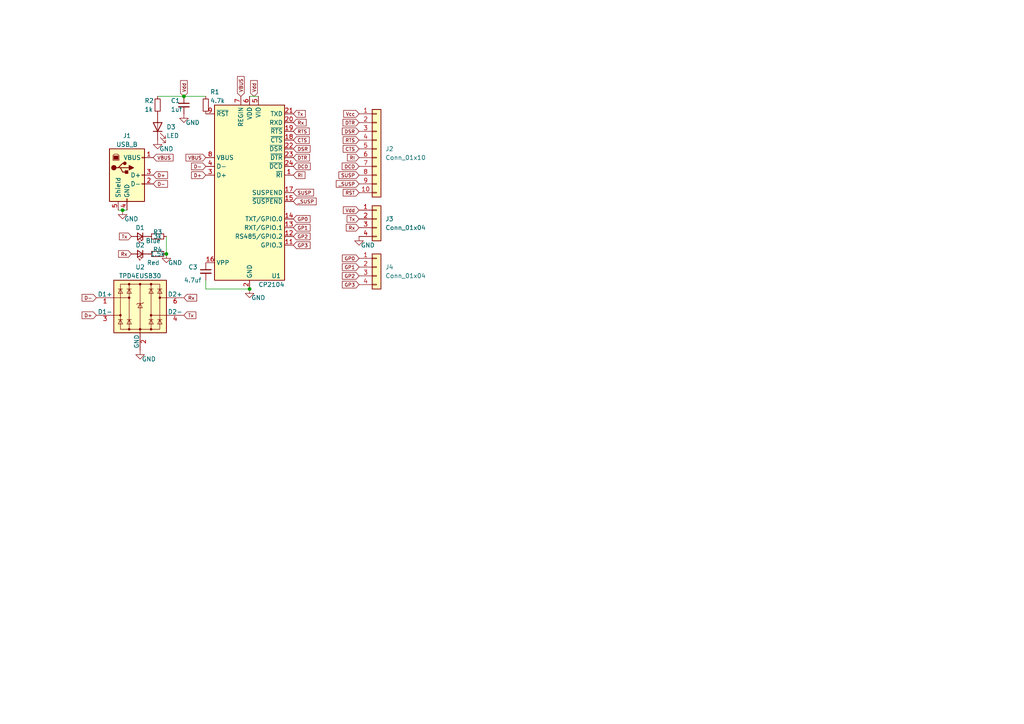
<source format=kicad_sch>
(kicad_sch (version 20211123) (generator eeschema)

  (uuid e63e39d7-6ac0-4ffd-8aa3-1841a4541b55)

  (paper "A4")

  (lib_symbols
    (symbol "Connector:USB_B" (pin_names (offset 1.016)) (in_bom yes) (on_board yes)
      (property "Reference" "J" (id 0) (at -5.08 11.43 0)
        (effects (font (size 1.27 1.27)) (justify left))
      )
      (property "Value" "USB_B" (id 1) (at -5.08 8.89 0)
        (effects (font (size 1.27 1.27)) (justify left))
      )
      (property "Footprint" "" (id 2) (at 3.81 -1.27 0)
        (effects (font (size 1.27 1.27)) hide)
      )
      (property "Datasheet" " ~" (id 3) (at 3.81 -1.27 0)
        (effects (font (size 1.27 1.27)) hide)
      )
      (property "ki_keywords" "connector USB" (id 4) (at 0 0 0)
        (effects (font (size 1.27 1.27)) hide)
      )
      (property "ki_description" "USB Type B connector" (id 5) (at 0 0 0)
        (effects (font (size 1.27 1.27)) hide)
      )
      (property "ki_fp_filters" "USB*" (id 6) (at 0 0 0)
        (effects (font (size 1.27 1.27)) hide)
      )
      (symbol "USB_B_0_1"
        (rectangle (start -5.08 -7.62) (end 5.08 7.62)
          (stroke (width 0.254) (type default) (color 0 0 0 0))
          (fill (type background))
        )
        (circle (center -3.81 2.159) (radius 0.635)
          (stroke (width 0.254) (type default) (color 0 0 0 0))
          (fill (type outline))
        )
        (rectangle (start -3.81 5.588) (end -2.54 4.572)
          (stroke (width 0) (type default) (color 0 0 0 0))
          (fill (type outline))
        )
        (circle (center -0.635 3.429) (radius 0.381)
          (stroke (width 0.254) (type default) (color 0 0 0 0))
          (fill (type outline))
        )
        (rectangle (start -0.127 -7.62) (end 0.127 -6.858)
          (stroke (width 0) (type default) (color 0 0 0 0))
          (fill (type none))
        )
        (polyline
          (pts
            (xy -1.905 2.159)
            (xy 0.635 2.159)
          )
          (stroke (width 0.254) (type default) (color 0 0 0 0))
          (fill (type none))
        )
        (polyline
          (pts
            (xy -3.175 2.159)
            (xy -2.54 2.159)
            (xy -1.27 3.429)
            (xy -0.635 3.429)
          )
          (stroke (width 0.254) (type default) (color 0 0 0 0))
          (fill (type none))
        )
        (polyline
          (pts
            (xy -2.54 2.159)
            (xy -1.905 2.159)
            (xy -1.27 0.889)
            (xy 0 0.889)
          )
          (stroke (width 0.254) (type default) (color 0 0 0 0))
          (fill (type none))
        )
        (polyline
          (pts
            (xy 0.635 2.794)
            (xy 0.635 1.524)
            (xy 1.905 2.159)
            (xy 0.635 2.794)
          )
          (stroke (width 0.254) (type default) (color 0 0 0 0))
          (fill (type outline))
        )
        (polyline
          (pts
            (xy -4.064 4.318)
            (xy -2.286 4.318)
            (xy -2.286 5.715)
            (xy -2.667 6.096)
            (xy -3.683 6.096)
            (xy -4.064 5.715)
            (xy -4.064 4.318)
          )
          (stroke (width 0) (type default) (color 0 0 0 0))
          (fill (type none))
        )
        (rectangle (start 0.254 1.27) (end -0.508 0.508)
          (stroke (width 0.254) (type default) (color 0 0 0 0))
          (fill (type outline))
        )
        (rectangle (start 5.08 -2.667) (end 4.318 -2.413)
          (stroke (width 0) (type default) (color 0 0 0 0))
          (fill (type none))
        )
        (rectangle (start 5.08 -0.127) (end 4.318 0.127)
          (stroke (width 0) (type default) (color 0 0 0 0))
          (fill (type none))
        )
        (rectangle (start 5.08 4.953) (end 4.318 5.207)
          (stroke (width 0) (type default) (color 0 0 0 0))
          (fill (type none))
        )
      )
      (symbol "USB_B_1_1"
        (pin power_out line (at 7.62 5.08 180) (length 2.54)
          (name "VBUS" (effects (font (size 1.27 1.27))))
          (number "1" (effects (font (size 1.27 1.27))))
        )
        (pin bidirectional line (at 7.62 -2.54 180) (length 2.54)
          (name "D-" (effects (font (size 1.27 1.27))))
          (number "2" (effects (font (size 1.27 1.27))))
        )
        (pin bidirectional line (at 7.62 0 180) (length 2.54)
          (name "D+" (effects (font (size 1.27 1.27))))
          (number "3" (effects (font (size 1.27 1.27))))
        )
        (pin power_out line (at 0 -10.16 90) (length 2.54)
          (name "GND" (effects (font (size 1.27 1.27))))
          (number "4" (effects (font (size 1.27 1.27))))
        )
        (pin passive line (at -2.54 -10.16 90) (length 2.54)
          (name "Shield" (effects (font (size 1.27 1.27))))
          (number "5" (effects (font (size 1.27 1.27))))
        )
      )
    )
    (symbol "Connector_Generic:Conn_01x04" (pin_names (offset 1.016) hide) (in_bom yes) (on_board yes)
      (property "Reference" "J" (id 0) (at 0 5.08 0)
        (effects (font (size 1.27 1.27)))
      )
      (property "Value" "Conn_01x04" (id 1) (at 0 -7.62 0)
        (effects (font (size 1.27 1.27)))
      )
      (property "Footprint" "" (id 2) (at 0 0 0)
        (effects (font (size 1.27 1.27)) hide)
      )
      (property "Datasheet" "~" (id 3) (at 0 0 0)
        (effects (font (size 1.27 1.27)) hide)
      )
      (property "ki_keywords" "connector" (id 4) (at 0 0 0)
        (effects (font (size 1.27 1.27)) hide)
      )
      (property "ki_description" "Generic connector, single row, 01x04, script generated (kicad-library-utils/schlib/autogen/connector/)" (id 5) (at 0 0 0)
        (effects (font (size 1.27 1.27)) hide)
      )
      (property "ki_fp_filters" "Connector*:*_1x??_*" (id 6) (at 0 0 0)
        (effects (font (size 1.27 1.27)) hide)
      )
      (symbol "Conn_01x04_1_1"
        (rectangle (start -1.27 -4.953) (end 0 -5.207)
          (stroke (width 0.1524) (type default) (color 0 0 0 0))
          (fill (type none))
        )
        (rectangle (start -1.27 -2.413) (end 0 -2.667)
          (stroke (width 0.1524) (type default) (color 0 0 0 0))
          (fill (type none))
        )
        (rectangle (start -1.27 0.127) (end 0 -0.127)
          (stroke (width 0.1524) (type default) (color 0 0 0 0))
          (fill (type none))
        )
        (rectangle (start -1.27 2.667) (end 0 2.413)
          (stroke (width 0.1524) (type default) (color 0 0 0 0))
          (fill (type none))
        )
        (rectangle (start -1.27 3.81) (end 1.27 -6.35)
          (stroke (width 0.254) (type default) (color 0 0 0 0))
          (fill (type background))
        )
        (pin passive line (at -5.08 2.54 0) (length 3.81)
          (name "Pin_1" (effects (font (size 1.27 1.27))))
          (number "1" (effects (font (size 1.27 1.27))))
        )
        (pin passive line (at -5.08 0 0) (length 3.81)
          (name "Pin_2" (effects (font (size 1.27 1.27))))
          (number "2" (effects (font (size 1.27 1.27))))
        )
        (pin passive line (at -5.08 -2.54 0) (length 3.81)
          (name "Pin_3" (effects (font (size 1.27 1.27))))
          (number "3" (effects (font (size 1.27 1.27))))
        )
        (pin passive line (at -5.08 -5.08 0) (length 3.81)
          (name "Pin_4" (effects (font (size 1.27 1.27))))
          (number "4" (effects (font (size 1.27 1.27))))
        )
      )
    )
    (symbol "Connector_Generic:Conn_01x10" (pin_names (offset 1.016) hide) (in_bom yes) (on_board yes)
      (property "Reference" "J" (id 0) (at 0 12.7 0)
        (effects (font (size 1.27 1.27)))
      )
      (property "Value" "Conn_01x10" (id 1) (at 0 -15.24 0)
        (effects (font (size 1.27 1.27)))
      )
      (property "Footprint" "" (id 2) (at 0 0 0)
        (effects (font (size 1.27 1.27)) hide)
      )
      (property "Datasheet" "~" (id 3) (at 0 0 0)
        (effects (font (size 1.27 1.27)) hide)
      )
      (property "ki_keywords" "connector" (id 4) (at 0 0 0)
        (effects (font (size 1.27 1.27)) hide)
      )
      (property "ki_description" "Generic connector, single row, 01x10, script generated (kicad-library-utils/schlib/autogen/connector/)" (id 5) (at 0 0 0)
        (effects (font (size 1.27 1.27)) hide)
      )
      (property "ki_fp_filters" "Connector*:*_1x??_*" (id 6) (at 0 0 0)
        (effects (font (size 1.27 1.27)) hide)
      )
      (symbol "Conn_01x10_1_1"
        (rectangle (start -1.27 -12.573) (end 0 -12.827)
          (stroke (width 0.1524) (type default) (color 0 0 0 0))
          (fill (type none))
        )
        (rectangle (start -1.27 -10.033) (end 0 -10.287)
          (stroke (width 0.1524) (type default) (color 0 0 0 0))
          (fill (type none))
        )
        (rectangle (start -1.27 -7.493) (end 0 -7.747)
          (stroke (width 0.1524) (type default) (color 0 0 0 0))
          (fill (type none))
        )
        (rectangle (start -1.27 -4.953) (end 0 -5.207)
          (stroke (width 0.1524) (type default) (color 0 0 0 0))
          (fill (type none))
        )
        (rectangle (start -1.27 -2.413) (end 0 -2.667)
          (stroke (width 0.1524) (type default) (color 0 0 0 0))
          (fill (type none))
        )
        (rectangle (start -1.27 0.127) (end 0 -0.127)
          (stroke (width 0.1524) (type default) (color 0 0 0 0))
          (fill (type none))
        )
        (rectangle (start -1.27 2.667) (end 0 2.413)
          (stroke (width 0.1524) (type default) (color 0 0 0 0))
          (fill (type none))
        )
        (rectangle (start -1.27 5.207) (end 0 4.953)
          (stroke (width 0.1524) (type default) (color 0 0 0 0))
          (fill (type none))
        )
        (rectangle (start -1.27 7.747) (end 0 7.493)
          (stroke (width 0.1524) (type default) (color 0 0 0 0))
          (fill (type none))
        )
        (rectangle (start -1.27 10.287) (end 0 10.033)
          (stroke (width 0.1524) (type default) (color 0 0 0 0))
          (fill (type none))
        )
        (rectangle (start -1.27 11.43) (end 1.27 -13.97)
          (stroke (width 0.254) (type default) (color 0 0 0 0))
          (fill (type background))
        )
        (pin passive line (at -5.08 10.16 0) (length 3.81)
          (name "Pin_1" (effects (font (size 1.27 1.27))))
          (number "1" (effects (font (size 1.27 1.27))))
        )
        (pin passive line (at -5.08 -12.7 0) (length 3.81)
          (name "Pin_10" (effects (font (size 1.27 1.27))))
          (number "10" (effects (font (size 1.27 1.27))))
        )
        (pin passive line (at -5.08 7.62 0) (length 3.81)
          (name "Pin_2" (effects (font (size 1.27 1.27))))
          (number "2" (effects (font (size 1.27 1.27))))
        )
        (pin passive line (at -5.08 5.08 0) (length 3.81)
          (name "Pin_3" (effects (font (size 1.27 1.27))))
          (number "3" (effects (font (size 1.27 1.27))))
        )
        (pin passive line (at -5.08 2.54 0) (length 3.81)
          (name "Pin_4" (effects (font (size 1.27 1.27))))
          (number "4" (effects (font (size 1.27 1.27))))
        )
        (pin passive line (at -5.08 0 0) (length 3.81)
          (name "Pin_5" (effects (font (size 1.27 1.27))))
          (number "5" (effects (font (size 1.27 1.27))))
        )
        (pin passive line (at -5.08 -2.54 0) (length 3.81)
          (name "Pin_6" (effects (font (size 1.27 1.27))))
          (number "6" (effects (font (size 1.27 1.27))))
        )
        (pin passive line (at -5.08 -5.08 0) (length 3.81)
          (name "Pin_7" (effects (font (size 1.27 1.27))))
          (number "7" (effects (font (size 1.27 1.27))))
        )
        (pin passive line (at -5.08 -7.62 0) (length 3.81)
          (name "Pin_8" (effects (font (size 1.27 1.27))))
          (number "8" (effects (font (size 1.27 1.27))))
        )
        (pin passive line (at -5.08 -10.16 0) (length 3.81)
          (name "Pin_9" (effects (font (size 1.27 1.27))))
          (number "9" (effects (font (size 1.27 1.27))))
        )
      )
    )
    (symbol "Device:C_Small" (pin_numbers hide) (pin_names (offset 0.254) hide) (in_bom yes) (on_board yes)
      (property "Reference" "C" (id 0) (at 0.254 1.778 0)
        (effects (font (size 1.27 1.27)) (justify left))
      )
      (property "Value" "C_Small" (id 1) (at 0.254 -2.032 0)
        (effects (font (size 1.27 1.27)) (justify left))
      )
      (property "Footprint" "" (id 2) (at 0 0 0)
        (effects (font (size 1.27 1.27)) hide)
      )
      (property "Datasheet" "~" (id 3) (at 0 0 0)
        (effects (font (size 1.27 1.27)) hide)
      )
      (property "ki_keywords" "capacitor cap" (id 4) (at 0 0 0)
        (effects (font (size 1.27 1.27)) hide)
      )
      (property "ki_description" "Unpolarized capacitor, small symbol" (id 5) (at 0 0 0)
        (effects (font (size 1.27 1.27)) hide)
      )
      (property "ki_fp_filters" "C_*" (id 6) (at 0 0 0)
        (effects (font (size 1.27 1.27)) hide)
      )
      (symbol "C_Small_0_1"
        (polyline
          (pts
            (xy -1.524 -0.508)
            (xy 1.524 -0.508)
          )
          (stroke (width 0.3302) (type default) (color 0 0 0 0))
          (fill (type none))
        )
        (polyline
          (pts
            (xy -1.524 0.508)
            (xy 1.524 0.508)
          )
          (stroke (width 0.3048) (type default) (color 0 0 0 0))
          (fill (type none))
        )
      )
      (symbol "C_Small_1_1"
        (pin passive line (at 0 2.54 270) (length 2.032)
          (name "~" (effects (font (size 1.27 1.27))))
          (number "1" (effects (font (size 1.27 1.27))))
        )
        (pin passive line (at 0 -2.54 90) (length 2.032)
          (name "~" (effects (font (size 1.27 1.27))))
          (number "2" (effects (font (size 1.27 1.27))))
        )
      )
    )
    (symbol "Device:LED" (pin_numbers hide) (pin_names (offset 1.016) hide) (in_bom yes) (on_board yes)
      (property "Reference" "D" (id 0) (at 0 2.54 0)
        (effects (font (size 1.27 1.27)))
      )
      (property "Value" "LED" (id 1) (at 0 -2.54 0)
        (effects (font (size 1.27 1.27)))
      )
      (property "Footprint" "" (id 2) (at 0 0 0)
        (effects (font (size 1.27 1.27)) hide)
      )
      (property "Datasheet" "~" (id 3) (at 0 0 0)
        (effects (font (size 1.27 1.27)) hide)
      )
      (property "ki_keywords" "LED diode" (id 4) (at 0 0 0)
        (effects (font (size 1.27 1.27)) hide)
      )
      (property "ki_description" "Light emitting diode" (id 5) (at 0 0 0)
        (effects (font (size 1.27 1.27)) hide)
      )
      (property "ki_fp_filters" "LED* LED_SMD:* LED_THT:*" (id 6) (at 0 0 0)
        (effects (font (size 1.27 1.27)) hide)
      )
      (symbol "LED_0_1"
        (polyline
          (pts
            (xy -1.27 -1.27)
            (xy -1.27 1.27)
          )
          (stroke (width 0.254) (type default) (color 0 0 0 0))
          (fill (type none))
        )
        (polyline
          (pts
            (xy -1.27 0)
            (xy 1.27 0)
          )
          (stroke (width 0) (type default) (color 0 0 0 0))
          (fill (type none))
        )
        (polyline
          (pts
            (xy 1.27 -1.27)
            (xy 1.27 1.27)
            (xy -1.27 0)
            (xy 1.27 -1.27)
          )
          (stroke (width 0.254) (type default) (color 0 0 0 0))
          (fill (type none))
        )
        (polyline
          (pts
            (xy -3.048 -0.762)
            (xy -4.572 -2.286)
            (xy -3.81 -2.286)
            (xy -4.572 -2.286)
            (xy -4.572 -1.524)
          )
          (stroke (width 0) (type default) (color 0 0 0 0))
          (fill (type none))
        )
        (polyline
          (pts
            (xy -1.778 -0.762)
            (xy -3.302 -2.286)
            (xy -2.54 -2.286)
            (xy -3.302 -2.286)
            (xy -3.302 -1.524)
          )
          (stroke (width 0) (type default) (color 0 0 0 0))
          (fill (type none))
        )
      )
      (symbol "LED_1_1"
        (pin passive line (at -3.81 0 0) (length 2.54)
          (name "K" (effects (font (size 1.27 1.27))))
          (number "1" (effects (font (size 1.27 1.27))))
        )
        (pin passive line (at 3.81 0 180) (length 2.54)
          (name "A" (effects (font (size 1.27 1.27))))
          (number "2" (effects (font (size 1.27 1.27))))
        )
      )
    )
    (symbol "Device:LED_Small" (pin_numbers hide) (pin_names (offset 0.254) hide) (in_bom yes) (on_board yes)
      (property "Reference" "D" (id 0) (at -1.27 3.175 0)
        (effects (font (size 1.27 1.27)) (justify left))
      )
      (property "Value" "LED_Small" (id 1) (at -4.445 -2.54 0)
        (effects (font (size 1.27 1.27)) (justify left))
      )
      (property "Footprint" "" (id 2) (at 0 0 90)
        (effects (font (size 1.27 1.27)) hide)
      )
      (property "Datasheet" "~" (id 3) (at 0 0 90)
        (effects (font (size 1.27 1.27)) hide)
      )
      (property "ki_keywords" "LED diode light-emitting-diode" (id 4) (at 0 0 0)
        (effects (font (size 1.27 1.27)) hide)
      )
      (property "ki_description" "Light emitting diode, small symbol" (id 5) (at 0 0 0)
        (effects (font (size 1.27 1.27)) hide)
      )
      (property "ki_fp_filters" "LED* LED_SMD:* LED_THT:*" (id 6) (at 0 0 0)
        (effects (font (size 1.27 1.27)) hide)
      )
      (symbol "LED_Small_0_1"
        (polyline
          (pts
            (xy -0.762 -1.016)
            (xy -0.762 1.016)
          )
          (stroke (width 0.254) (type default) (color 0 0 0 0))
          (fill (type none))
        )
        (polyline
          (pts
            (xy 1.016 0)
            (xy -0.762 0)
          )
          (stroke (width 0) (type default) (color 0 0 0 0))
          (fill (type none))
        )
        (polyline
          (pts
            (xy 0.762 -1.016)
            (xy -0.762 0)
            (xy 0.762 1.016)
            (xy 0.762 -1.016)
          )
          (stroke (width 0.254) (type default) (color 0 0 0 0))
          (fill (type none))
        )
        (polyline
          (pts
            (xy 0 0.762)
            (xy -0.508 1.27)
            (xy -0.254 1.27)
            (xy -0.508 1.27)
            (xy -0.508 1.016)
          )
          (stroke (width 0) (type default) (color 0 0 0 0))
          (fill (type none))
        )
        (polyline
          (pts
            (xy 0.508 1.27)
            (xy 0 1.778)
            (xy 0.254 1.778)
            (xy 0 1.778)
            (xy 0 1.524)
          )
          (stroke (width 0) (type default) (color 0 0 0 0))
          (fill (type none))
        )
      )
      (symbol "LED_Small_1_1"
        (pin passive line (at -2.54 0 0) (length 1.778)
          (name "K" (effects (font (size 1.27 1.27))))
          (number "1" (effects (font (size 1.27 1.27))))
        )
        (pin passive line (at 2.54 0 180) (length 1.778)
          (name "A" (effects (font (size 1.27 1.27))))
          (number "2" (effects (font (size 1.27 1.27))))
        )
      )
    )
    (symbol "Device:R_Small" (pin_numbers hide) (pin_names (offset 0.254) hide) (in_bom yes) (on_board yes)
      (property "Reference" "R" (id 0) (at 0.762 0.508 0)
        (effects (font (size 1.27 1.27)) (justify left))
      )
      (property "Value" "R_Small" (id 1) (at 0.762 -1.016 0)
        (effects (font (size 1.27 1.27)) (justify left))
      )
      (property "Footprint" "" (id 2) (at 0 0 0)
        (effects (font (size 1.27 1.27)) hide)
      )
      (property "Datasheet" "~" (id 3) (at 0 0 0)
        (effects (font (size 1.27 1.27)) hide)
      )
      (property "ki_keywords" "R resistor" (id 4) (at 0 0 0)
        (effects (font (size 1.27 1.27)) hide)
      )
      (property "ki_description" "Resistor, small symbol" (id 5) (at 0 0 0)
        (effects (font (size 1.27 1.27)) hide)
      )
      (property "ki_fp_filters" "R_*" (id 6) (at 0 0 0)
        (effects (font (size 1.27 1.27)) hide)
      )
      (symbol "R_Small_0_1"
        (rectangle (start -0.762 1.778) (end 0.762 -1.778)
          (stroke (width 0.2032) (type default) (color 0 0 0 0))
          (fill (type none))
        )
      )
      (symbol "R_Small_1_1"
        (pin passive line (at 0 2.54 270) (length 0.762)
          (name "~" (effects (font (size 1.27 1.27))))
          (number "1" (effects (font (size 1.27 1.27))))
        )
        (pin passive line (at 0 -2.54 90) (length 0.762)
          (name "~" (effects (font (size 1.27 1.27))))
          (number "2" (effects (font (size 1.27 1.27))))
        )
      )
    )
    (symbol "Interface_USB:CP2104" (in_bom yes) (on_board yes)
      (property "Reference" "U" (id 0) (at -5.08 28.575 0)
        (effects (font (size 1.27 1.27)) (justify right))
      )
      (property "Value" "CP2104" (id 1) (at -5.08 26.67 0)
        (effects (font (size 1.27 1.27)) (justify right))
      )
      (property "Footprint" "Package_DFN_QFN:QFN-24-1EP_4x4mm_P0.5mm_EP2.6x2.6mm" (id 2) (at 29.21 -52.07 0)
        (effects (font (size 1.27 1.27)) (justify left) hide)
      )
      (property "Datasheet" "https://www.silabs.com/documents/public/data-sheets/cp2104.pdf" (id 3) (at 105.41 10.16 0)
        (effects (font (size 1.27 1.27)) hide)
      )
      (property "ki_keywords" "uart usb bridge interface transceiver" (id 4) (at 0 0 0)
        (effects (font (size 1.27 1.27)) hide)
      )
      (property "ki_description" "Single-Chip USB-to-UART Bridge, USB 2.0 Full-Speed, 2Mbps UART, QFN-24" (id 5) (at 0 0 0)
        (effects (font (size 1.27 1.27)) hide)
      )
      (property "ki_fp_filters" "QFN*4x4mm*P0.5mm*" (id 6) (at 0 0 0)
        (effects (font (size 1.27 1.27)) hide)
      )
      (symbol "CP2104_1_1"
        (rectangle (start -10.16 25.4) (end 10.16 -25.4)
          (stroke (width 0.254) (type default) (color 0 0 0 0))
          (fill (type background))
        )
        (pin input line (at 12.7 5.08 180) (length 2.54)
          (name "~{RI}" (effects (font (size 1.27 1.27))))
          (number "1" (effects (font (size 1.27 1.27))))
        )
        (pin no_connect line (at 10.16 -20.32 180) (length 2.54) hide
          (name "NC" (effects (font (size 1.27 1.27))))
          (number "10" (effects (font (size 1.27 1.27))))
        )
        (pin bidirectional line (at 12.7 -15.24 180) (length 2.54)
          (name "GPIO.3" (effects (font (size 1.27 1.27))))
          (number "11" (effects (font (size 1.27 1.27))))
        )
        (pin bidirectional line (at 12.7 -12.7 180) (length 2.54)
          (name "RS485/GPIO.2" (effects (font (size 1.27 1.27))))
          (number "12" (effects (font (size 1.27 1.27))))
        )
        (pin bidirectional line (at 12.7 -10.16 180) (length 2.54)
          (name "RXT/GPIO.1" (effects (font (size 1.27 1.27))))
          (number "13" (effects (font (size 1.27 1.27))))
        )
        (pin bidirectional line (at 12.7 -7.62 180) (length 2.54)
          (name "TXT/GPIO.0" (effects (font (size 1.27 1.27))))
          (number "14" (effects (font (size 1.27 1.27))))
        )
        (pin output line (at 12.7 -2.54 180) (length 2.54)
          (name "~{SUSPEND}" (effects (font (size 1.27 1.27))))
          (number "15" (effects (font (size 1.27 1.27))))
        )
        (pin passive line (at -12.7 -20.32 0) (length 2.54)
          (name "VPP" (effects (font (size 1.27 1.27))))
          (number "16" (effects (font (size 1.27 1.27))))
        )
        (pin output line (at 12.7 0 180) (length 2.54)
          (name "SUSPEND" (effects (font (size 1.27 1.27))))
          (number "17" (effects (font (size 1.27 1.27))))
        )
        (pin input line (at 12.7 15.24 180) (length 2.54)
          (name "~{CTS}" (effects (font (size 1.27 1.27))))
          (number "18" (effects (font (size 1.27 1.27))))
        )
        (pin output line (at 12.7 17.78 180) (length 2.54)
          (name "~{RTS}" (effects (font (size 1.27 1.27))))
          (number "19" (effects (font (size 1.27 1.27))))
        )
        (pin power_in line (at 0 -27.94 90) (length 2.54)
          (name "GND" (effects (font (size 1.27 1.27))))
          (number "2" (effects (font (size 1.27 1.27))))
        )
        (pin input line (at 12.7 20.32 180) (length 2.54)
          (name "RXD" (effects (font (size 1.27 1.27))))
          (number "20" (effects (font (size 1.27 1.27))))
        )
        (pin output line (at 12.7 22.86 180) (length 2.54)
          (name "TXD" (effects (font (size 1.27 1.27))))
          (number "21" (effects (font (size 1.27 1.27))))
        )
        (pin input line (at 12.7 12.7 180) (length 2.54)
          (name "~{DSR}" (effects (font (size 1.27 1.27))))
          (number "22" (effects (font (size 1.27 1.27))))
        )
        (pin output line (at 12.7 10.16 180) (length 2.54)
          (name "~{DTR}" (effects (font (size 1.27 1.27))))
          (number "23" (effects (font (size 1.27 1.27))))
        )
        (pin input line (at 12.7 7.62 180) (length 2.54)
          (name "~{DCD}" (effects (font (size 1.27 1.27))))
          (number "24" (effects (font (size 1.27 1.27))))
        )
        (pin passive line (at 0 -27.94 90) (length 2.54) hide
          (name "GND" (effects (font (size 1.27 1.27))))
          (number "25" (effects (font (size 1.27 1.27))))
        )
        (pin bidirectional line (at -12.7 5.08 0) (length 2.54)
          (name "D+" (effects (font (size 1.27 1.27))))
          (number "3" (effects (font (size 1.27 1.27))))
        )
        (pin bidirectional line (at -12.7 7.62 0) (length 2.54)
          (name "D-" (effects (font (size 1.27 1.27))))
          (number "4" (effects (font (size 1.27 1.27))))
        )
        (pin power_in line (at 2.54 27.94 270) (length 2.54)
          (name "VIO" (effects (font (size 1.27 1.27))))
          (number "5" (effects (font (size 1.27 1.27))))
        )
        (pin power_in line (at 0 27.94 270) (length 2.54)
          (name "VDD" (effects (font (size 1.27 1.27))))
          (number "6" (effects (font (size 1.27 1.27))))
        )
        (pin power_in line (at -2.54 27.94 270) (length 2.54)
          (name "REGIN" (effects (font (size 1.27 1.27))))
          (number "7" (effects (font (size 1.27 1.27))))
        )
        (pin input line (at -12.7 10.16 0) (length 2.54)
          (name "VBUS" (effects (font (size 1.27 1.27))))
          (number "8" (effects (font (size 1.27 1.27))))
        )
        (pin bidirectional line (at -12.7 22.86 0) (length 2.54)
          (name "~{RST}" (effects (font (size 1.27 1.27))))
          (number "9" (effects (font (size 1.27 1.27))))
        )
      )
    )
    (symbol "Power_Protection:TPD4EUSB30" (pin_names (offset 0)) (in_bom yes) (on_board yes)
      (property "Reference" "U2" (id 0) (at 0 11.43 0)
        (effects (font (size 1.27 1.27)))
      )
      (property "Value" "TPD4EUSB30" (id 1) (at 0 8.89 0)
        (effects (font (size 1.27 1.27)))
      )
      (property "Footprint" "Package_TO_SOT_SMD:SOT-363_SC-70-6" (id 2) (at -24.13 -10.16 0)
        (effects (font (size 1.27 1.27)) hide)
      )
      (property "Datasheet" "http://www.ti.com/lit/ds/symlink/tpd2eusb30a.pdf" (id 3) (at 0 0 0)
        (effects (font (size 1.27 1.27)) hide)
      )
      (property "ki_keywords" "ESD protection USB 3.0" (id 4) (at 0 0 0)
        (effects (font (size 1.27 1.27)) hide)
      )
      (property "ki_description" "4-Channel ESD Protection for Super-Speed USB 3.0 Interface, USON-10" (id 5) (at 0 0 0)
        (effects (font (size 1.27 1.27)) hide)
      )
      (property "ki_fp_filters" "USON*2.5x1.0mm*P0.5mm*" (id 6) (at 0 0 0)
        (effects (font (size 1.27 1.27)) hide)
      )
      (symbol "TPD4EUSB30_0_0"
        (rectangle (start -5.715 6.477) (end 5.715 -6.604)
          (stroke (width 0) (type default) (color 0 0 0 0))
          (fill (type none))
        )
        (polyline
          (pts
            (xy -3.175 -6.604)
            (xy -3.175 6.477)
          )
          (stroke (width 0) (type default) (color 0 0 0 0))
          (fill (type none))
        )
        (polyline
          (pts
            (xy 0 6.477)
            (xy 0 -6.604)
          )
          (stroke (width 0) (type default) (color 0 0 0 0))
          (fill (type none))
        )
        (polyline
          (pts
            (xy 3.175 6.477)
            (xy 3.175 -6.604)
          )
          (stroke (width 0) (type default) (color 0 0 0 0))
          (fill (type none))
        )
      )
      (symbol "TPD4EUSB30_0_1"
        (rectangle (start -7.62 7.62) (end 7.62 -7.62)
          (stroke (width 0.254) (type default) (color 0 0 0 0))
          (fill (type background))
        )
        (circle (center -5.715 -2.54) (radius 0.2794)
          (stroke (width 0) (type default) (color 0 0 0 0))
          (fill (type outline))
        )
        (circle (center -3.175 -6.604) (radius 0.2794)
          (stroke (width 0) (type default) (color 0 0 0 0))
          (fill (type outline))
        )
        (circle (center -3.175 2.54) (radius 0.2794)
          (stroke (width 0) (type default) (color 0 0 0 0))
          (fill (type outline))
        )
        (circle (center -3.175 6.477) (radius 0.2794)
          (stroke (width 0) (type default) (color 0 0 0 0))
          (fill (type outline))
        )
        (circle (center 0 -6.604) (radius 0.2794)
          (stroke (width 0) (type default) (color 0 0 0 0))
          (fill (type outline))
        )
        (polyline
          (pts
            (xy -7.747 2.54)
            (xy -3.175 2.54)
          )
          (stroke (width 0) (type default) (color 0 0 0 0))
          (fill (type none))
        )
        (polyline
          (pts
            (xy -7.62 -2.54)
            (xy -5.715 -2.54)
          )
          (stroke (width 0) (type default) (color 0 0 0 0))
          (fill (type none))
        )
        (polyline
          (pts
            (xy -5.08 -3.81)
            (xy -6.35 -3.81)
          )
          (stroke (width 0) (type default) (color 0 0 0 0))
          (fill (type none))
        )
        (polyline
          (pts
            (xy -5.08 5.08)
            (xy -6.35 5.08)
          )
          (stroke (width 0) (type default) (color 0 0 0 0))
          (fill (type none))
        )
        (polyline
          (pts
            (xy -2.54 -3.81)
            (xy -3.81 -3.81)
          )
          (stroke (width 0) (type default) (color 0 0 0 0))
          (fill (type none))
        )
        (polyline
          (pts
            (xy -2.54 5.08)
            (xy -3.81 5.08)
          )
          (stroke (width 0) (type default) (color 0 0 0 0))
          (fill (type none))
        )
        (polyline
          (pts
            (xy -0.635 0.889)
            (xy -1.016 0.635)
          )
          (stroke (width 0) (type default) (color 0 0 0 0))
          (fill (type none))
        )
        (polyline
          (pts
            (xy 0 -6.604)
            (xy 0 -7.62)
          )
          (stroke (width 0) (type default) (color 0 0 0 0))
          (fill (type none))
        )
        (polyline
          (pts
            (xy 0.635 0.889)
            (xy -0.635 0.889)
          )
          (stroke (width 0) (type default) (color 0 0 0 0))
          (fill (type none))
        )
        (polyline
          (pts
            (xy 0.635 0.889)
            (xy 1.016 1.143)
          )
          (stroke (width 0) (type default) (color 0 0 0 0))
          (fill (type none))
        )
        (polyline
          (pts
            (xy 3.81 -3.81)
            (xy 2.54 -3.81)
          )
          (stroke (width 0) (type default) (color 0 0 0 0))
          (fill (type none))
        )
        (polyline
          (pts
            (xy 3.81 5.08)
            (xy 2.54 5.08)
          )
          (stroke (width 0) (type default) (color 0 0 0 0))
          (fill (type none))
        )
        (polyline
          (pts
            (xy 6.35 -3.81)
            (xy 5.08 -3.81)
          )
          (stroke (width 0) (type default) (color 0 0 0 0))
          (fill (type none))
        )
        (polyline
          (pts
            (xy 6.35 5.08)
            (xy 5.08 5.08)
          )
          (stroke (width 0) (type default) (color 0 0 0 0))
          (fill (type none))
        )
        (polyline
          (pts
            (xy 7.62 -2.54)
            (xy 3.175 -2.54)
          )
          (stroke (width 0) (type default) (color 0 0 0 0))
          (fill (type none))
        )
        (polyline
          (pts
            (xy 7.62 2.54)
            (xy 5.715 2.54)
          )
          (stroke (width 0) (type default) (color 0 0 0 0))
          (fill (type none))
        )
        (polyline
          (pts
            (xy -5.08 -5.08)
            (xy -6.35 -5.08)
            (xy -5.715 -3.81)
            (xy -5.08 -5.08)
          )
          (stroke (width 0) (type default) (color 0 0 0 0))
          (fill (type none))
        )
        (polyline
          (pts
            (xy -5.08 3.81)
            (xy -6.35 3.81)
            (xy -5.715 5.08)
            (xy -5.08 3.81)
          )
          (stroke (width 0) (type default) (color 0 0 0 0))
          (fill (type none))
        )
        (polyline
          (pts
            (xy -2.54 -5.08)
            (xy -3.81 -5.08)
            (xy -3.175 -3.81)
            (xy -2.54 -5.08)
          )
          (stroke (width 0) (type default) (color 0 0 0 0))
          (fill (type none))
        )
        (polyline
          (pts
            (xy -2.54 3.81)
            (xy -3.81 3.81)
            (xy -3.175 5.08)
            (xy -2.54 3.81)
          )
          (stroke (width 0) (type default) (color 0 0 0 0))
          (fill (type none))
        )
        (polyline
          (pts
            (xy 0.635 -0.381)
            (xy -0.635 -0.381)
            (xy 0 0.889)
            (xy 0.635 -0.381)
          )
          (stroke (width 0) (type default) (color 0 0 0 0))
          (fill (type none))
        )
        (polyline
          (pts
            (xy 3.81 -5.08)
            (xy 2.54 -5.08)
            (xy 3.175 -3.81)
            (xy 3.81 -5.08)
          )
          (stroke (width 0) (type default) (color 0 0 0 0))
          (fill (type none))
        )
        (polyline
          (pts
            (xy 3.81 3.81)
            (xy 2.54 3.81)
            (xy 3.175 5.08)
            (xy 3.81 3.81)
          )
          (stroke (width 0) (type default) (color 0 0 0 0))
          (fill (type none))
        )
        (polyline
          (pts
            (xy 6.35 -5.08)
            (xy 5.08 -5.08)
            (xy 5.715 -3.81)
            (xy 6.35 -5.08)
          )
          (stroke (width 0) (type default) (color 0 0 0 0))
          (fill (type none))
        )
        (polyline
          (pts
            (xy 6.35 3.81)
            (xy 5.08 3.81)
            (xy 5.715 5.08)
            (xy 6.35 3.81)
          )
          (stroke (width 0) (type default) (color 0 0 0 0))
          (fill (type none))
        )
        (circle (center 0 6.477) (radius 0.2794)
          (stroke (width 0) (type default) (color 0 0 0 0))
          (fill (type outline))
        )
        (circle (center 3.175 -6.604) (radius 0.2794)
          (stroke (width 0) (type default) (color 0 0 0 0))
          (fill (type outline))
        )
        (circle (center 3.175 -2.54) (radius 0.2794)
          (stroke (width 0) (type default) (color 0 0 0 0))
          (fill (type outline))
        )
        (circle (center 3.175 6.477) (radius 0.2794)
          (stroke (width 0) (type default) (color 0 0 0 0))
          (fill (type outline))
        )
        (circle (center 5.715 2.54) (radius 0.2794)
          (stroke (width 0) (type default) (color 0 0 0 0))
          (fill (type outline))
        )
      )
      (symbol "TPD4EUSB30_1_1"
        (pin passive line (at -12.7 2.54 0) (length 5.08)
          (name "D1+" (effects (font (size 1.27 1.27))))
          (number "1" (effects (font (size 1.27 1.27))))
        )
        (pin no_connect line (at -5.08 7.62 0) (length 5.08) hide
          (name "NC" (effects (font (size 1.27 1.27))))
          (number "10" (effects (font (size 1.27 1.27))))
        )
        (pin passive line (at 0 -12.7 90) (length 5.08) hide
          (name "GND" (effects (font (size 1.27 1.27))))
          (number "2" (effects (font (size 1.27 1.27))))
        )
        (pin power_in line (at 0 -12.7 90) (length 5.08)
          (name "GND" (effects (font (size 1.27 1.27))))
          (number "2" (effects (font (size 1.27 1.27))))
        )
        (pin passive line (at -12.7 -2.54 0) (length 5.08)
          (name "D1-" (effects (font (size 1.27 1.27))))
          (number "3" (effects (font (size 1.27 1.27))))
        )
        (pin passive line (at 12.7 -2.54 180) (length 5.08)
          (name "D2-" (effects (font (size 1.27 1.27))))
          (number "4" (effects (font (size 1.27 1.27))))
        )
        (pin passive line (at 12.7 2.54 180) (length 5.08)
          (name "D2+" (effects (font (size 1.27 1.27))))
          (number "6" (effects (font (size 1.27 1.27))))
        )
        (pin no_connect line (at 5.08 -7.62 180) (length 5.08) hide
          (name "NC" (effects (font (size 1.27 1.27))))
          (number "6" (effects (font (size 1.27 1.27))))
        )
        (pin no_connect line (at 5.08 7.62 180) (length 5.08) hide
          (name "NC" (effects (font (size 1.27 1.27))))
          (number "7" (effects (font (size 1.27 1.27))))
        )
        (pin no_connect line (at -5.08 -7.62 0) (length 5.08) hide
          (name "NC" (effects (font (size 1.27 1.27))))
          (number "9" (effects (font (size 1.27 1.27))))
        )
      )
    )
    (symbol "power:GND" (power) (pin_names (offset 0)) (in_bom yes) (on_board yes)
      (property "Reference" "#PWR" (id 0) (at 0 -6.35 0)
        (effects (font (size 1.27 1.27)) hide)
      )
      (property "Value" "GND" (id 1) (at 0 -3.81 0)
        (effects (font (size 1.27 1.27)))
      )
      (property "Footprint" "" (id 2) (at 0 0 0)
        (effects (font (size 1.27 1.27)) hide)
      )
      (property "Datasheet" "" (id 3) (at 0 0 0)
        (effects (font (size 1.27 1.27)) hide)
      )
      (property "ki_keywords" "power-flag" (id 4) (at 0 0 0)
        (effects (font (size 1.27 1.27)) hide)
      )
      (property "ki_description" "Power symbol creates a global label with name \"GND\" , ground" (id 5) (at 0 0 0)
        (effects (font (size 1.27 1.27)) hide)
      )
      (symbol "GND_0_1"
        (polyline
          (pts
            (xy 0 0)
            (xy 0 -1.27)
            (xy 1.27 -1.27)
            (xy 0 -2.54)
            (xy -1.27 -1.27)
            (xy 0 -1.27)
          )
          (stroke (width 0) (type default) (color 0 0 0 0))
          (fill (type none))
        )
      )
      (symbol "GND_1_1"
        (pin power_in line (at 0 0 270) (length 0) hide
          (name "GND" (effects (font (size 1.27 1.27))))
          (number "1" (effects (font (size 1.27 1.27))))
        )
      )
    )
  )

  (junction (at 53.34 27.94) (diameter 0) (color 0 0 0 0)
    (uuid 0569340c-4cc9-4fde-b3e3-7235936307a0)
  )
  (junction (at 48.26 73.66) (diameter 0) (color 0 0 0 0)
    (uuid 32e6a5a4-1fa4-4793-9755-3191d7e9df29)
  )
  (junction (at 72.39 83.82) (diameter 0) (color 0 0 0 0)
    (uuid 3743c6f4-4007-4b29-9488-c793973ca7c0)
  )
  (junction (at 35.56 60.96) (diameter 0) (color 0 0 0 0)
    (uuid 93b4e0d5-bddf-4eb1-963a-abb262a81401)
  )

  (wire (pts (xy 72.39 27.94) (xy 74.93 27.94))
    (stroke (width 0) (type default) (color 0 0 0 0))
    (uuid 1a26918f-4e35-43e8-98f3-d9b68dc60066)
  )
  (wire (pts (xy 35.56 60.96) (xy 36.83 60.96))
    (stroke (width 0) (type default) (color 0 0 0 0))
    (uuid 5519260b-cb98-439b-bd74-9003865b2ea6)
  )
  (wire (pts (xy 45.72 27.94) (xy 53.34 27.94))
    (stroke (width 0) (type default) (color 0 0 0 0))
    (uuid 59aa0dde-9320-42b1-a70b-a6d92c960ec8)
  )
  (wire (pts (xy 59.69 81.28) (xy 59.69 83.82))
    (stroke (width 0) (type default) (color 0 0 0 0))
    (uuid a4b6dc6d-68ba-4300-a488-3dc111fafff7)
  )
  (wire (pts (xy 34.29 60.96) (xy 35.56 60.96))
    (stroke (width 0) (type default) (color 0 0 0 0))
    (uuid b3f7d205-c6c4-4613-ad7f-d7ae884526af)
  )
  (wire (pts (xy 53.34 27.94) (xy 59.69 27.94))
    (stroke (width 0) (type default) (color 0 0 0 0))
    (uuid b4cac871-e42a-4c0d-9e3d-61b3ad02aaeb)
  )
  (wire (pts (xy 48.26 68.58) (xy 48.26 73.66))
    (stroke (width 0) (type default) (color 0 0 0 0))
    (uuid e1b364bc-2b1e-4ae5-bd47-7bc3e19d0e3c)
  )
  (wire (pts (xy 59.69 83.82) (xy 72.39 83.82))
    (stroke (width 0) (type default) (color 0 0 0 0))
    (uuid f5ee1ea2-98cc-4b77-a0ba-cf565a4eabd0)
  )

  (global_label "CTS" (shape input) (at 85.09 40.64 0) (fields_autoplaced)
    (effects (font (size 1 1)) (justify left))
    (uuid 06c54777-e20e-4577-a4d2-4b5df7f8f731)
    (property "Intersheet References" "${INTERSHEET_REFS}" (id 0) (at 89.7043 40.7025 0)
      (effects (font (size 1 1)) (justify left) hide)
    )
  )
  (global_label "DCD" (shape input) (at 104.14 48.26 180) (fields_autoplaced)
    (effects (font (size 1 1)) (justify right))
    (uuid 08fca463-77cb-4d9c-9834-6bc42f1938ab)
    (property "Intersheet References" "${INTERSHEET_REFS}" (id 0) (at 99.24 48.1975 0)
      (effects (font (size 1 1)) (justify right) hide)
    )
  )
  (global_label "_SUSP" (shape input) (at 104.14 53.34 180) (fields_autoplaced)
    (effects (font (size 1 1)) (justify right))
    (uuid 0bb11c4b-3b49-4141-9f91-a7d271f3a774)
    (property "Intersheet References" "${INTERSHEET_REFS}" (id 0) (at 97.5257 53.2775 0)
      (effects (font (size 1 1)) (justify right) hide)
    )
  )
  (global_label "Rx" (shape input) (at 53.34 86.36 0) (fields_autoplaced)
    (effects (font (size 1 1)) (justify left))
    (uuid 1852ae3e-f2bb-4822-88d0-83cc3056c068)
    (property "Intersheet References" "${INTERSHEET_REFS}" (id 0) (at 57.0495 86.4225 0)
      (effects (font (size 1 1)) (justify left) hide)
    )
  )
  (global_label "SUSP" (shape input) (at 104.14 50.8 180) (fields_autoplaced)
    (effects (font (size 1 1)) (justify right))
    (uuid 1a46618f-8820-4e15-acc2-209df34e7d76)
    (property "Intersheet References" "${INTERSHEET_REFS}" (id 0) (at 98.2876 50.7375 0)
      (effects (font (size 1 1)) (justify right) hide)
    )
  )
  (global_label "Tx" (shape input) (at 38.1 68.58 180) (fields_autoplaced)
    (effects (font (size 1 1)) (justify right))
    (uuid 1d6ba148-afde-4aef-acfc-fb7f605b2226)
    (property "Intersheet References" "${INTERSHEET_REFS}" (id 0) (at 34.6286 68.5175 0)
      (effects (font (size 1 1)) (justify right) hide)
    )
  )
  (global_label "Vcc" (shape input) (at 104.14 33.02 180) (fields_autoplaced)
    (effects (font (size 1 1)) (justify right))
    (uuid 206fd4a1-ae67-4d47-b949-f43e9711553b)
    (property "Intersheet References" "${INTERSHEET_REFS}" (id 0) (at 99.6686 32.9575 0)
      (effects (font (size 1 1)) (justify right) hide)
    )
  )
  (global_label "RI" (shape input) (at 104.14 45.72 180) (fields_autoplaced)
    (effects (font (size 1 1)) (justify right))
    (uuid 22a7d0ad-34a9-4fc9-913a-0963283b39e4)
    (property "Intersheet References" "${INTERSHEET_REFS}" (id 0) (at 100.7638 45.6575 0)
      (effects (font (size 1 1)) (justify right) hide)
    )
  )
  (global_label "RI" (shape input) (at 85.09 50.8 0) (fields_autoplaced)
    (effects (font (size 1 1)) (justify left))
    (uuid 25a01fe2-6053-4103-855c-7a377c3be003)
    (property "Intersheet References" "${INTERSHEET_REFS}" (id 0) (at 88.4662 50.8625 0)
      (effects (font (size 1 1)) (justify left) hide)
    )
  )
  (global_label "Tx" (shape input) (at 104.14 63.5 180) (fields_autoplaced)
    (effects (font (size 1 1)) (justify right))
    (uuid 2864ee11-2c92-4277-b549-861904308b5a)
    (property "Intersheet References" "${INTERSHEET_REFS}" (id 0) (at 100.6686 63.4375 0)
      (effects (font (size 1 1)) (justify right) hide)
    )
  )
  (global_label "VBUS" (shape input) (at 59.69 45.72 180) (fields_autoplaced)
    (effects (font (size 1 1)) (justify right))
    (uuid 2d6207be-3936-4b97-9f39-994fe465dc7d)
    (property "Intersheet References" "${INTERSHEET_REFS}" (id 0) (at 53.9329 45.7825 0)
      (effects (font (size 1 1)) (justify right) hide)
    )
  )
  (global_label "Rx" (shape input) (at 38.1 73.66 180) (fields_autoplaced)
    (effects (font (size 1 1)) (justify right))
    (uuid 306ed877-4502-4466-9f5b-eb8b08088171)
    (property "Intersheet References" "${INTERSHEET_REFS}" (id 0) (at 34.3905 73.5975 0)
      (effects (font (size 1 1)) (justify right) hide)
    )
  )
  (global_label "SUSP" (shape input) (at 85.09 55.88 0) (fields_autoplaced)
    (effects (font (size 1 1)) (justify left))
    (uuid 3c32eba8-dbe8-4d0e-9a43-799c335b5348)
    (property "Intersheet References" "${INTERSHEET_REFS}" (id 0) (at 90.9424 55.9425 0)
      (effects (font (size 1 1)) (justify left) hide)
    )
  )
  (global_label "D-" (shape input) (at 44.45 53.34 0) (fields_autoplaced)
    (effects (font (size 1 1)) (justify left))
    (uuid 542c076e-61ed-4fa6-9742-6a021f664dd1)
    (property "Intersheet References" "${INTERSHEET_REFS}" (id 0) (at 48.5881 53.2775 0)
      (effects (font (size 1 1)) (justify left) hide)
    )
  )
  (global_label "VBUS" (shape input) (at 69.85 27.94 90) (fields_autoplaced)
    (effects (font (size 1 1)) (justify left))
    (uuid 553eff8f-4ded-4e5b-8461-3f2608460b26)
    (property "Intersheet References" "${INTERSHEET_REFS}" (id 0) (at 69.9125 22.1829 90)
      (effects (font (size 1 1)) (justify left) hide)
    )
  )
  (global_label "Vdd" (shape input) (at 53.34 27.94 90) (fields_autoplaced)
    (effects (font (size 1 1)) (justify left))
    (uuid 5663a98c-fade-4d29-8c45-c7ef88476a7b)
    (property "Intersheet References" "${INTERSHEET_REFS}" (id 0) (at 53.2775 23.3733 90)
      (effects (font (size 1 1)) (justify left) hide)
    )
  )
  (global_label "Vdd" (shape input) (at 104.14 60.96 180) (fields_autoplaced)
    (effects (font (size 1 1)) (justify right))
    (uuid 5b62c61c-1446-4526-b928-17b78e1373f6)
    (property "Intersheet References" "${INTERSHEET_REFS}" (id 0) (at 99.5733 60.8975 0)
      (effects (font (size 1 1)) (justify right) hide)
    )
  )
  (global_label "D+" (shape input) (at 44.45 50.8 0) (fields_autoplaced)
    (effects (font (size 1 1)) (justify left))
    (uuid 5bd89e67-56e1-48ee-a2d2-50aceaa27ccc)
    (property "Intersheet References" "${INTERSHEET_REFS}" (id 0) (at 48.5881 50.7375 0)
      (effects (font (size 1 1)) (justify left) hide)
    )
  )
  (global_label "D+" (shape input) (at 27.94 91.44 180) (fields_autoplaced)
    (effects (font (size 1 1)) (justify right))
    (uuid 680d5456-0c4e-42d0-ae0b-a9f715b4feaf)
    (property "Intersheet References" "${INTERSHEET_REFS}" (id 0) (at 23.8019 91.5025 0)
      (effects (font (size 1 1)) (justify right) hide)
    )
  )
  (global_label "GP0" (shape input) (at 104.14 74.93 180) (fields_autoplaced)
    (effects (font (size 1 1)) (justify right))
    (uuid 6b1cf13f-3b44-4235-9845-f55b7a9d05ee)
    (property "Intersheet References" "${INTERSHEET_REFS}" (id 0) (at 99.2876 74.8675 0)
      (effects (font (size 1 1)) (justify right) hide)
    )
  )
  (global_label "Tx" (shape input) (at 53.34 91.44 0) (fields_autoplaced)
    (effects (font (size 1 1)) (justify left))
    (uuid 6c7c257c-43ea-4df0-bd5e-2ec621e622d0)
    (property "Intersheet References" "${INTERSHEET_REFS}" (id 0) (at 56.8114 91.5025 0)
      (effects (font (size 1 1)) (justify left) hide)
    )
  )
  (global_label "VBUS" (shape input) (at 44.45 45.72 0) (fields_autoplaced)
    (effects (font (size 1 1)) (justify left))
    (uuid 6e62cae4-1fa6-4f05-97ba-5114fb611dc6)
    (property "Intersheet References" "${INTERSHEET_REFS}" (id 0) (at 50.2071 45.6575 0)
      (effects (font (size 1 1)) (justify left) hide)
    )
  )
  (global_label "Vdd" (shape input) (at 73.66 27.94 90) (fields_autoplaced)
    (effects (font (size 1 1)) (justify left))
    (uuid 6ed73f17-9ba0-4449-a263-2e6ee5cbf61a)
    (property "Intersheet References" "${INTERSHEET_REFS}" (id 0) (at 73.5975 23.3733 90)
      (effects (font (size 1 1)) (justify left) hide)
    )
  )
  (global_label "Rx" (shape input) (at 104.14 66.04 180) (fields_autoplaced)
    (effects (font (size 1 1)) (justify right))
    (uuid 7c72dbb4-c7f1-489b-a37c-f14b6b92e1a5)
    (property "Intersheet References" "${INTERSHEET_REFS}" (id 0) (at 100.4305 65.9775 0)
      (effects (font (size 1 1)) (justify right) hide)
    )
  )
  (global_label "DSR" (shape input) (at 85.09 43.18 0) (fields_autoplaced)
    (effects (font (size 1 1)) (justify left))
    (uuid 7fe48caa-9d22-4d24-98b8-3d93c45b6f51)
    (property "Intersheet References" "${INTERSHEET_REFS}" (id 0) (at 89.9424 43.2425 0)
      (effects (font (size 1 1)) (justify left) hide)
    )
  )
  (global_label "CTS" (shape input) (at 104.14 43.18 180) (fields_autoplaced)
    (effects (font (size 1 1)) (justify right))
    (uuid 81caccda-1a53-4a5b-b3ca-de1e783e55a8)
    (property "Intersheet References" "${INTERSHEET_REFS}" (id 0) (at 99.5257 43.1175 0)
      (effects (font (size 1 1)) (justify right) hide)
    )
  )
  (global_label "GP1" (shape input) (at 104.14 77.47 180) (fields_autoplaced)
    (effects (font (size 1 1)) (justify right))
    (uuid 838d28c5-e430-417f-a4e6-d068cae061e2)
    (property "Intersheet References" "${INTERSHEET_REFS}" (id 0) (at 99.2876 77.4075 0)
      (effects (font (size 1 1)) (justify right) hide)
    )
  )
  (global_label "D-" (shape input) (at 59.69 48.26 180) (fields_autoplaced)
    (effects (font (size 1 1)) (justify right))
    (uuid 85944be0-606c-4e4c-8857-d15d8202c0b0)
    (property "Intersheet References" "${INTERSHEET_REFS}" (id 0) (at 55.5519 48.1975 0)
      (effects (font (size 1 1)) (justify right) hide)
    )
  )
  (global_label "GP0" (shape input) (at 85.09 63.5 0) (fields_autoplaced)
    (effects (font (size 1 1)) (justify left))
    (uuid 8fde652f-989c-48f0-be93-dee4529f13b9)
    (property "Intersheet References" "${INTERSHEET_REFS}" (id 0) (at 89.9424 63.5625 0)
      (effects (font (size 1 1)) (justify left) hide)
    )
  )
  (global_label "GP1" (shape input) (at 85.09 66.04 0) (fields_autoplaced)
    (effects (font (size 1 1)) (justify left))
    (uuid 9d8e869e-46ab-4473-af02-d3031b8b3b46)
    (property "Intersheet References" "${INTERSHEET_REFS}" (id 0) (at 89.9424 66.1025 0)
      (effects (font (size 1 1)) (justify left) hide)
    )
  )
  (global_label "RTS" (shape input) (at 85.09 38.1 0) (fields_autoplaced)
    (effects (font (size 1 1)) (justify left))
    (uuid a708e6a9-3e06-4729-a66a-d2f4cc2efaa1)
    (property "Intersheet References" "${INTERSHEET_REFS}" (id 0) (at 89.7043 38.1625 0)
      (effects (font (size 1 1)) (justify left) hide)
    )
  )
  (global_label "DCD" (shape input) (at 85.09 48.26 0) (fields_autoplaced)
    (effects (font (size 1 1)) (justify left))
    (uuid ad231281-6d95-469b-8b87-ebe96d32a5ff)
    (property "Intersheet References" "${INTERSHEET_REFS}" (id 0) (at 89.99 48.3225 0)
      (effects (font (size 1 1)) (justify left) hide)
    )
  )
  (global_label "RTS" (shape input) (at 104.14 40.64 180) (fields_autoplaced)
    (effects (font (size 1 1)) (justify right))
    (uuid b6cf950d-1b57-4389-b017-b585db716526)
    (property "Intersheet References" "${INTERSHEET_REFS}" (id 0) (at 99.5257 40.5775 0)
      (effects (font (size 1 1)) (justify right) hide)
    )
  )
  (global_label "DTR" (shape input) (at 104.14 35.56 180) (fields_autoplaced)
    (effects (font (size 1 1)) (justify right))
    (uuid b8d485ed-5ba5-4c40-bdbf-4ed7d7a266cc)
    (property "Intersheet References" "${INTERSHEET_REFS}" (id 0) (at 99.4781 35.4975 0)
      (effects (font (size 1 1)) (justify right) hide)
    )
  )
  (global_label "RST" (shape input) (at 104.14 55.88 180) (fields_autoplaced)
    (effects (font (size 1 1)) (justify right))
    (uuid b927e3a2-26a1-4496-b621-ba06a407f8fa)
    (property "Intersheet References" "${INTERSHEET_REFS}" (id 0) (at 99.5257 55.8175 0)
      (effects (font (size 1 1)) (justify right) hide)
    )
  )
  (global_label "D+" (shape input) (at 59.69 50.8 180) (fields_autoplaced)
    (effects (font (size 1 1)) (justify right))
    (uuid bbf29af8-14cd-4f57-ba29-0f9fed567459)
    (property "Intersheet References" "${INTERSHEET_REFS}" (id 0) (at 55.5519 50.7375 0)
      (effects (font (size 1 1)) (justify right) hide)
    )
  )
  (global_label "GP3" (shape input) (at 85.09 71.12 0) (fields_autoplaced)
    (effects (font (size 1 1)) (justify left))
    (uuid c71bea90-ce1c-41d9-9f67-265d195d704b)
    (property "Intersheet References" "${INTERSHEET_REFS}" (id 0) (at 89.9424 71.1825 0)
      (effects (font (size 1 1)) (justify left) hide)
    )
  )
  (global_label "D-" (shape input) (at 27.94 86.36 180) (fields_autoplaced)
    (effects (font (size 1 1)) (justify right))
    (uuid cbf837f3-d7f1-4de3-ae80-77587c27131c)
    (property "Intersheet References" "${INTERSHEET_REFS}" (id 0) (at 23.8019 86.4225 0)
      (effects (font (size 1 1)) (justify right) hide)
    )
  )
  (global_label "GP2" (shape input) (at 85.09 68.58 0) (fields_autoplaced)
    (effects (font (size 1 1)) (justify left))
    (uuid cf4377af-0881-49b9-90c5-122da248d8c1)
    (property "Intersheet References" "${INTERSHEET_REFS}" (id 0) (at 89.9424 68.6425 0)
      (effects (font (size 1 1)) (justify left) hide)
    )
  )
  (global_label "DTR" (shape input) (at 85.09 45.72 0) (fields_autoplaced)
    (effects (font (size 1 1)) (justify left))
    (uuid db662914-2e94-4f5c-9585-dcdd698745b3)
    (property "Intersheet References" "${INTERSHEET_REFS}" (id 0) (at 89.7519 45.7825 0)
      (effects (font (size 1 1)) (justify left) hide)
    )
  )
  (global_label "Rx" (shape input) (at 85.09 35.56 0) (fields_autoplaced)
    (effects (font (size 1 1)) (justify left))
    (uuid dff81d13-c484-4fa9-80ce-10a6387bc68d)
    (property "Intersheet References" "${INTERSHEET_REFS}" (id 0) (at 88.7995 35.6225 0)
      (effects (font (size 1 1)) (justify left) hide)
    )
  )
  (global_label "_SUSP" (shape input) (at 85.09 58.42 0) (fields_autoplaced)
    (effects (font (size 1 1)) (justify left))
    (uuid e945adf0-31f5-44b5-a034-ad50572d6789)
    (property "Intersheet References" "${INTERSHEET_REFS}" (id 0) (at 91.7043 58.4825 0)
      (effects (font (size 1 1)) (justify left) hide)
    )
  )
  (global_label "Tx" (shape input) (at 85.09 33.02 0) (fields_autoplaced)
    (effects (font (size 1 1)) (justify left))
    (uuid ee9b4c4e-d6f2-47a6-9b50-fa7e6bec775b)
    (property "Intersheet References" "${INTERSHEET_REFS}" (id 0) (at 88.5614 33.0825 0)
      (effects (font (size 1 1)) (justify left) hide)
    )
  )
  (global_label "DSR" (shape input) (at 104.14 38.1 180) (fields_autoplaced)
    (effects (font (size 1 1)) (justify right))
    (uuid f5364e9a-c333-42af-afaf-ca56933545d9)
    (property "Intersheet References" "${INTERSHEET_REFS}" (id 0) (at 99.2876 38.0375 0)
      (effects (font (size 1 1)) (justify right) hide)
    )
  )
  (global_label "GP3" (shape input) (at 104.14 82.55 180) (fields_autoplaced)
    (effects (font (size 1 1)) (justify right))
    (uuid fc29adfd-45b2-4eb6-b891-7a42e38e7c88)
    (property "Intersheet References" "${INTERSHEET_REFS}" (id 0) (at 99.2876 82.4875 0)
      (effects (font (size 1 1)) (justify right) hide)
    )
  )
  (global_label "GP2" (shape input) (at 104.14 80.01 180) (fields_autoplaced)
    (effects (font (size 1 1)) (justify right))
    (uuid fdcff200-4a75-443b-97f5-002ddbff303b)
    (property "Intersheet References" "${INTERSHEET_REFS}" (id 0) (at 99.2876 79.9475 0)
      (effects (font (size 1 1)) (justify right) hide)
    )
  )

  (symbol (lib_id "Connector_Generic:Conn_01x10") (at 109.22 43.18 0) (unit 1)
    (in_bom yes) (on_board yes) (fields_autoplaced)
    (uuid 0216027c-e4e3-4ccc-9069-43fb81a376cd)
    (property "Reference" "J2" (id 0) (at 111.76 43.1799 0)
      (effects (font (size 1.27 1.27)) (justify left))
    )
    (property "Value" "Conn_01x10" (id 1) (at 111.76 45.7199 0)
      (effects (font (size 1.27 1.27)) (justify left))
    )
    (property "Footprint" "Connector_PinHeader_2.54mm:PinHeader_1x10_P2.54mm_Vertical" (id 2) (at 109.22 43.18 0)
      (effects (font (size 1.27 1.27)) hide)
    )
    (property "Datasheet" "~" (id 3) (at 109.22 43.18 0)
      (effects (font (size 1.27 1.27)) hide)
    )
    (pin "1" (uuid e80cf832-4ce5-4bda-8385-6c678394e08a))
    (pin "10" (uuid d08b51d4-8f1c-4a55-af91-7a28aaeb926b))
    (pin "2" (uuid 32125ab4-1cf8-493c-9894-e19e604a3a23))
    (pin "3" (uuid 1794b367-e17d-4c3c-b8be-9e2ead8e2c1a))
    (pin "4" (uuid be307bbf-ddfa-4dbd-9566-55e48ecca41e))
    (pin "5" (uuid b5a01598-0ac9-4192-aa3a-9e24d23d0133))
    (pin "6" (uuid 27914df3-e73f-4018-9f60-b0376cc19f56))
    (pin "7" (uuid 9756bd38-cd9d-40eb-818a-b433bc35944f))
    (pin "8" (uuid 07527652-8ce4-4054-8554-c57c38f0b989))
    (pin "9" (uuid 1f6cd830-3ee6-4237-a649-2c546ee6a727))
  )

  (symbol (lib_id "Device:R_Small") (at 45.72 68.58 90) (unit 1)
    (in_bom yes) (on_board yes)
    (uuid 2fa66272-c2af-4d90-8c74-8c881d6c6237)
    (property "Reference" "R3" (id 0) (at 45.72 67.31 90))
    (property "Value" "3k" (id 1) (at 45.72 68.58 90))
    (property "Footprint" "Resistor_SMD:R_0402_1005Metric" (id 2) (at 45.72 68.58 0)
      (effects (font (size 1.27 1.27)) hide)
    )
    (property "Datasheet" "~" (id 3) (at 45.72 68.58 0)
      (effects (font (size 1.27 1.27)) hide)
    )
    (pin "1" (uuid 333d4da5-9a5a-4b2f-915c-0aebe93813fe))
    (pin "2" (uuid 636d4866-c656-4c10-8be8-6d339a581d90))
  )

  (symbol (lib_id "Device:LED_Small") (at 40.64 68.58 180) (unit 1)
    (in_bom yes) (on_board yes)
    (uuid 4e9b2216-3ad9-48cf-a9d1-e8ab2fe7aee9)
    (property "Reference" "D1" (id 0) (at 40.64 66.04 0))
    (property "Value" "Blue" (id 1) (at 44.45 69.85 0))
    (property "Footprint" "LED_SMD:LED_0603_1608Metric" (id 2) (at 40.64 68.58 90)
      (effects (font (size 1.27 1.27)) hide)
    )
    (property "Datasheet" "~" (id 3) (at 40.64 68.58 90)
      (effects (font (size 1.27 1.27)) hide)
    )
    (pin "1" (uuid cad50bd6-6adf-487f-8379-b93249b9a01b))
    (pin "2" (uuid f376e622-cc0e-4dea-9ff9-9108f9cb3442))
  )

  (symbol (lib_id "Device:R_Small") (at 45.72 30.48 0) (unit 1)
    (in_bom yes) (on_board yes)
    (uuid 4ff2d74e-9315-45bd-b0eb-d7841c8d67c4)
    (property "Reference" "R2" (id 0) (at 41.91 29.21 0)
      (effects (font (size 1.27 1.27)) (justify left))
    )
    (property "Value" "1k" (id 1) (at 41.91 31.75 0)
      (effects (font (size 1.27 1.27)) (justify left))
    )
    (property "Footprint" "Resistor_SMD:R_0402_1005Metric" (id 2) (at 45.72 30.48 0)
      (effects (font (size 1.27 1.27)) hide)
    )
    (property "Datasheet" "~" (id 3) (at 45.72 30.48 0)
      (effects (font (size 1.27 1.27)) hide)
    )
    (pin "1" (uuid d91358ec-f47e-4c48-bc86-411dd6ad0711))
    (pin "2" (uuid 321716b7-d64a-47bc-bc81-45610316eda7))
  )

  (symbol (lib_id "Connector:USB_B") (at 36.83 50.8 0) (unit 1)
    (in_bom yes) (on_board yes)
    (uuid 5782c7a9-dc2a-4da3-9f98-091d9b19b9bb)
    (property "Reference" "J1" (id 0) (at 36.83 39.37 0))
    (property "Value" "USB_B" (id 1) (at 36.83 41.91 0))
    (property "Footprint" "Connector_USB:USB_B_Lumberg_2411_02_Horizontal" (id 2) (at 40.64 52.07 0)
      (effects (font (size 1.27 1.27)) hide)
    )
    (property "Datasheet" " ~" (id 3) (at 40.64 52.07 0)
      (effects (font (size 1.27 1.27)) hide)
    )
    (pin "1" (uuid d6a8d3bb-3363-4dae-a250-3ba591e70599))
    (pin "2" (uuid 2b490bca-5aae-4753-a8eb-839da6c8ccce))
    (pin "3" (uuid caa5a4f8-297e-476f-b5a9-b8f104800578))
    (pin "4" (uuid 7681ff65-cdb6-43a2-a7d5-13e88fa32253))
    (pin "5" (uuid 8579d69e-39d8-4169-8693-747f6c198741))
  )

  (symbol (lib_id "power:GND") (at 104.14 68.58 0) (unit 1)
    (in_bom yes) (on_board yes)
    (uuid 58f616c9-7287-41bc-b6d2-4139f3279ce4)
    (property "Reference" "#PWR0107" (id 0) (at 104.14 74.93 0)
      (effects (font (size 1.27 1.27)) hide)
    )
    (property "Value" "GND" (id 1) (at 106.68 71.12 0))
    (property "Footprint" "" (id 2) (at 104.14 68.58 0)
      (effects (font (size 1.27 1.27)) hide)
    )
    (property "Datasheet" "" (id 3) (at 104.14 68.58 0)
      (effects (font (size 1.27 1.27)) hide)
    )
    (pin "1" (uuid 5122ffdc-4a30-4323-a199-3ccc0716cbdc))
  )

  (symbol (lib_id "Device:R_Small") (at 45.72 73.66 90) (unit 1)
    (in_bom yes) (on_board yes)
    (uuid 5b06160b-9828-41c6-a202-1fde0cbf366b)
    (property "Reference" "R4" (id 0) (at 45.72 72.39 90))
    (property "Value" "1.5k" (id 1) (at 45.72 73.66 90))
    (property "Footprint" "Resistor_SMD:R_0402_1005Metric" (id 2) (at 45.72 73.66 0)
      (effects (font (size 1.27 1.27)) hide)
    )
    (property "Datasheet" "~" (id 3) (at 45.72 73.66 0)
      (effects (font (size 1.27 1.27)) hide)
    )
    (pin "1" (uuid 1f76945f-681c-49ab-aa28-edfa373e9552))
    (pin "2" (uuid 96617416-f11e-4b05-a5e6-ff6745b5486f))
  )

  (symbol (lib_id "Device:R_Small") (at 59.69 30.48 0) (unit 1)
    (in_bom yes) (on_board yes)
    (uuid 5cb680a9-21cd-4af4-99c0-62f322dcedab)
    (property "Reference" "R1" (id 0) (at 60.96 26.67 0)
      (effects (font (size 1.27 1.27)) (justify left))
    )
    (property "Value" "4.7k" (id 1) (at 60.96 29.21 0)
      (effects (font (size 1.27 1.27)) (justify left))
    )
    (property "Footprint" "Resistor_SMD:R_0402_1005Metric" (id 2) (at 59.69 30.48 0)
      (effects (font (size 1.27 1.27)) hide)
    )
    (property "Datasheet" "~" (id 3) (at 59.69 30.48 0)
      (effects (font (size 1.27 1.27)) hide)
    )
    (pin "1" (uuid 71436ce8-96af-4d06-91bb-223242411d45))
    (pin "2" (uuid da3d4ecd-d3d9-4403-b811-4a5da0160d6f))
  )

  (symbol (lib_id "Power_Protection:TPD4EUSB30") (at 40.64 88.9 0) (unit 1)
    (in_bom yes) (on_board yes)
    (uuid 78de0256-23a6-42c0-8b5a-1425aa40457a)
    (property "Reference" "U2" (id 0) (at 40.64 77.47 0))
    (property "Value" "TPD4EUSB30" (id 1) (at 40.64 80.01 0))
    (property "Footprint" "Package_TO_SOT_SMD:SOT-363_SC-70-6" (id 2) (at 16.51 99.06 0)
      (effects (font (size 1.27 1.27)) hide)
    )
    (property "Datasheet" "http://www.ti.com/lit/ds/symlink/tpd2eusb30a.pdf" (id 3) (at 40.64 88.9 0)
      (effects (font (size 1.27 1.27)) hide)
    )
    (pin "1" (uuid b03cb553-3709-44f5-9a1e-0bd7ca2daf93))
    (pin "10" (uuid fda0167e-248a-4b89-bf7b-490df46aeb7d))
    (pin "3" (uuid ee94ab47-8315-46a5-bfc7-60550df5879d))
    (pin "2" (uuid 3a362cc7-5245-4ed2-8f66-3a6d74eaba39))
    (pin "6" (uuid ba3f68df-a80d-4363-9b28-2b49507e87bd))
    (pin "4" (uuid cac6ef5d-79dc-46ad-ba83-77cb1377c287))
    (pin "6" (uuid ba3f68df-a80d-4363-9b28-2b49507e87bd))
    (pin "7" (uuid ee4527a8-96f7-423b-b0eb-5c3b1bed75f9))
    (pin "2" (uuid 3a362cc7-5245-4ed2-8f66-3a6d74eaba39))
    (pin "9" (uuid 2a507df7-40c5-4523-b0fd-269cea55efb9))
  )

  (symbol (lib_id "Device:C_Small") (at 53.34 30.48 0) (unit 1)
    (in_bom yes) (on_board yes)
    (uuid 7f26665a-402a-4dfa-86e6-1904a0a621c3)
    (property "Reference" "C1" (id 0) (at 49.53 29.21 0)
      (effects (font (size 1.27 1.27)) (justify left))
    )
    (property "Value" "1uf" (id 1) (at 49.53 31.75 0)
      (effects (font (size 1.27 1.27)) (justify left))
    )
    (property "Footprint" "Capacitor_SMD:C_0402_1005Metric" (id 2) (at 53.34 30.48 0)
      (effects (font (size 1.27 1.27)) hide)
    )
    (property "Datasheet" "~" (id 3) (at 53.34 30.48 0)
      (effects (font (size 1.27 1.27)) hide)
    )
    (pin "1" (uuid 63abf446-24e2-4d78-b68e-99f0d516ece2))
    (pin "2" (uuid 87d66e7f-1c61-43e2-8000-b775345e1b26))
  )

  (symbol (lib_id "Device:LED_Small") (at 40.64 73.66 180) (unit 1)
    (in_bom yes) (on_board yes)
    (uuid 8510da6a-7c57-4923-8c16-80f312d81352)
    (property "Reference" "D2" (id 0) (at 40.64 71.12 0))
    (property "Value" "Red" (id 1) (at 44.45 76.2 0))
    (property "Footprint" "LED_SMD:LED_0603_1608Metric" (id 2) (at 40.64 73.66 90)
      (effects (font (size 1.27 1.27)) hide)
    )
    (property "Datasheet" "~" (id 3) (at 40.64 73.66 90)
      (effects (font (size 1.27 1.27)) hide)
    )
    (pin "1" (uuid eaf2b036-ddb4-4acf-abc8-936e9ca0b038))
    (pin "2" (uuid a22c3808-c08b-4dfb-a2a1-b4fcdd9f769f))
  )

  (symbol (lib_id "Device:LED") (at 45.72 36.83 90) (unit 1)
    (in_bom yes) (on_board yes)
    (uuid 9744c75a-0682-4ad0-a358-a179b3201c01)
    (property "Reference" "D3" (id 0) (at 48.26 36.83 90)
      (effects (font (size 1.27 1.27)) (justify right))
    )
    (property "Value" "LED" (id 1) (at 48.26 39.37 90)
      (effects (font (size 1.27 1.27)) (justify right))
    )
    (property "Footprint" "LED_SMD:LED_0603_1608Metric" (id 2) (at 45.72 36.83 0)
      (effects (font (size 1.27 1.27)) hide)
    )
    (property "Datasheet" "~" (id 3) (at 45.72 36.83 0)
      (effects (font (size 1.27 1.27)) hide)
    )
    (pin "1" (uuid 68db494d-9aee-4798-ae66-684745f455aa))
    (pin "2" (uuid 42e26e80-7b16-4a6e-ad16-51342a4f1c55))
  )

  (symbol (lib_id "power:GND") (at 35.56 60.96 0) (unit 1)
    (in_bom yes) (on_board yes)
    (uuid 9aec2daf-a037-4d11-ac60-5c1338f1cdc4)
    (property "Reference" "#PWR0102" (id 0) (at 35.56 67.31 0)
      (effects (font (size 1.27 1.27)) hide)
    )
    (property "Value" "GND" (id 1) (at 38.1 63.5 0))
    (property "Footprint" "" (id 2) (at 35.56 60.96 0)
      (effects (font (size 1.27 1.27)) hide)
    )
    (property "Datasheet" "" (id 3) (at 35.56 60.96 0)
      (effects (font (size 1.27 1.27)) hide)
    )
    (pin "1" (uuid f651df0f-2fd9-4181-b9f9-8937bda73f52))
  )

  (symbol (lib_id "power:GND") (at 53.34 33.02 0) (unit 1)
    (in_bom yes) (on_board yes)
    (uuid d0d7f412-aad7-4494-9dee-158fc03c0688)
    (property "Reference" "#PWR0104" (id 0) (at 53.34 39.37 0)
      (effects (font (size 1.27 1.27)) hide)
    )
    (property "Value" "GND" (id 1) (at 55.88 35.56 0))
    (property "Footprint" "" (id 2) (at 53.34 33.02 0)
      (effects (font (size 1.27 1.27)) hide)
    )
    (property "Datasheet" "" (id 3) (at 53.34 33.02 0)
      (effects (font (size 1.27 1.27)) hide)
    )
    (pin "1" (uuid 185ec5da-8049-4888-8d33-27eae3a6085a))
  )

  (symbol (lib_id "Device:C_Small") (at 59.69 78.74 0) (unit 1)
    (in_bom yes) (on_board yes)
    (uuid dd192b81-22be-462a-b311-808b99931d1f)
    (property "Reference" "C3" (id 0) (at 54.61 77.47 0)
      (effects (font (size 1.27 1.27)) (justify left))
    )
    (property "Value" "4.7uf" (id 1) (at 53.34 81.28 0)
      (effects (font (size 1.27 1.27)) (justify left))
    )
    (property "Footprint" "Capacitor_SMD:C_0402_1005Metric" (id 2) (at 59.69 78.74 0)
      (effects (font (size 1.27 1.27)) hide)
    )
    (property "Datasheet" "~" (id 3) (at 59.69 78.74 0)
      (effects (font (size 1.27 1.27)) hide)
    )
    (pin "1" (uuid eec51c8e-15cc-4596-9954-b5412318964e))
    (pin "2" (uuid 10d4044d-4656-488b-93d7-9a8b7e93a742))
  )

  (symbol (lib_id "Connector_Generic:Conn_01x04") (at 109.22 63.5 0) (unit 1)
    (in_bom yes) (on_board yes) (fields_autoplaced)
    (uuid de77d655-907e-49be-b9a4-cbf715d29dca)
    (property "Reference" "J3" (id 0) (at 111.76 63.4999 0)
      (effects (font (size 1.27 1.27)) (justify left))
    )
    (property "Value" "Conn_01x04" (id 1) (at 111.76 66.0399 0)
      (effects (font (size 1.27 1.27)) (justify left))
    )
    (property "Footprint" "Connector_PinHeader_2.54mm:PinHeader_1x04_P2.54mm_Vertical" (id 2) (at 109.22 63.5 0)
      (effects (font (size 1.27 1.27)) hide)
    )
    (property "Datasheet" "~" (id 3) (at 109.22 63.5 0)
      (effects (font (size 1.27 1.27)) hide)
    )
    (pin "1" (uuid b3bd8062-143c-4c35-afa1-dbaa13f082d8))
    (pin "2" (uuid a68f72f8-1647-4e70-9ced-2e655fafddb8))
    (pin "3" (uuid b6e0d0db-acb6-4b58-93c6-f75af8c07f76))
    (pin "4" (uuid a378d234-d2d9-4df0-a52f-3afc1e177ed6))
  )

  (symbol (lib_id "Interface_USB:CP2104") (at 72.39 55.88 0) (unit 1)
    (in_bom yes) (on_board yes)
    (uuid e77f1a97-5599-4bf9-9a83-6ffeaef8420a)
    (property "Reference" "U1" (id 0) (at 78.74 80.01 0)
      (effects (font (size 1.27 1.27)) (justify left))
    )
    (property "Value" "CP2104" (id 1) (at 74.93 82.55 0)
      (effects (font (size 1.27 1.27)) (justify left))
    )
    (property "Footprint" "Package_DFN_QFN:QFN-24-1EP_4x4mm_P0.5mm_EP2.6x2.6mm" (id 2) (at 101.6 107.95 0)
      (effects (font (size 1.27 1.27)) (justify left) hide)
    )
    (property "Datasheet" "https://www.silabs.com/documents/public/data-sheets/cp2104.pdf" (id 3) (at 177.8 45.72 0)
      (effects (font (size 1.27 1.27)) hide)
    )
    (pin "1" (uuid 914ab9a4-e203-406e-9268-ea237537cb85))
    (pin "10" (uuid 519911b7-2b64-4f94-a269-52a761220705))
    (pin "11" (uuid ab434251-8cc9-4e03-a7ad-72527aa803cb))
    (pin "12" (uuid c911b9f0-56df-450b-8e8f-64fdd6669aba))
    (pin "13" (uuid c8008f39-19fd-4bc6-9313-c9d904fb78fc))
    (pin "14" (uuid 799df3b2-6336-4228-a437-2d4441886f42))
    (pin "15" (uuid a45c8261-42b0-4406-8996-f47881652e28))
    (pin "16" (uuid abc0b1f1-6ce5-40db-af23-ee8c3a04cde9))
    (pin "17" (uuid 2bf4ee94-982f-4821-b3dd-5e5353beda0b))
    (pin "18" (uuid dc094f38-061a-4721-bc12-129aeee08d6f))
    (pin "19" (uuid 9df34e96-3ada-4617-9a3e-9b3ea9f0022b))
    (pin "2" (uuid b66e787e-f33d-44de-997d-2ecbf5bc87af))
    (pin "20" (uuid 02386cd4-26cf-4025-a4b5-e18d59defeaa))
    (pin "21" (uuid e74df858-9d2c-419e-af9b-e1ca7c503e99))
    (pin "22" (uuid 42f75929-1b9e-4318-bdb2-0004cbf79b0c))
    (pin "23" (uuid 0f50e4d5-f821-42e0-87d3-c6081dcc3c80))
    (pin "24" (uuid 482c3e99-ccb5-477e-917c-ce5d6702eddd))
    (pin "25" (uuid b36cadfa-ffc6-49f6-b793-483b33ee6036))
    (pin "3" (uuid 775f1e5d-4895-4e43-aa88-a9b426fdff4d))
    (pin "4" (uuid f82f5f09-4d76-40c3-b48e-7c8ede844fc1))
    (pin "5" (uuid b65f436a-b3a7-4970-abf4-fb66893b2880))
    (pin "6" (uuid 8ac99a0c-29aa-402d-af1c-23c7961e1911))
    (pin "7" (uuid 847f7def-b1e2-49eb-811d-2223f1e41b45))
    (pin "8" (uuid 3bec0316-da7f-40c3-88a3-978d3076e7e9))
    (pin "9" (uuid f1a4d6bf-8877-493e-8942-0c8dae25a990))
  )

  (symbol (lib_id "Connector_Generic:Conn_01x04") (at 109.22 77.47 0) (unit 1)
    (in_bom yes) (on_board yes) (fields_autoplaced)
    (uuid e8566fd5-eae9-422b-9ec5-6ed3ad44437f)
    (property "Reference" "J4" (id 0) (at 111.76 77.4699 0)
      (effects (font (size 1.27 1.27)) (justify left))
    )
    (property "Value" "Conn_01x04" (id 1) (at 111.76 80.0099 0)
      (effects (font (size 1.27 1.27)) (justify left))
    )
    (property "Footprint" "Connector_PinHeader_2.54mm:PinHeader_1x04_P2.54mm_Vertical" (id 2) (at 109.22 77.47 0)
      (effects (font (size 1.27 1.27)) hide)
    )
    (property "Datasheet" "~" (id 3) (at 109.22 77.47 0)
      (effects (font (size 1.27 1.27)) hide)
    )
    (pin "1" (uuid 5f3b2293-21dd-4b42-a1c2-1fc2fa5aaebf))
    (pin "2" (uuid 4bf08ede-7a34-4806-977b-1bbf6ec9126c))
    (pin "3" (uuid 4e6f63c9-7623-4805-9f96-75e366141c13))
    (pin "4" (uuid 4403ae24-923c-4d7a-9fd3-b88c84fbbc80))
  )

  (symbol (lib_id "power:GND") (at 40.64 101.6 0) (unit 1)
    (in_bom yes) (on_board yes)
    (uuid ed86c819-c991-42c9-ab00-82cd38d6c673)
    (property "Reference" "#PWR0106" (id 0) (at 40.64 107.95 0)
      (effects (font (size 1.27 1.27)) hide)
    )
    (property "Value" "GND" (id 1) (at 43.18 104.14 0))
    (property "Footprint" "" (id 2) (at 40.64 101.6 0)
      (effects (font (size 1.27 1.27)) hide)
    )
    (property "Datasheet" "" (id 3) (at 40.64 101.6 0)
      (effects (font (size 1.27 1.27)) hide)
    )
    (pin "1" (uuid c5829129-8855-4ca6-a4a8-c5d937a6dc6c))
  )

  (symbol (lib_id "power:GND") (at 45.72 40.64 0) (unit 1)
    (in_bom yes) (on_board yes)
    (uuid ee7a20e8-ec92-4b87-abf0-ac524355a94d)
    (property "Reference" "#PWR0103" (id 0) (at 45.72 46.99 0)
      (effects (font (size 1.27 1.27)) hide)
    )
    (property "Value" "GND" (id 1) (at 48.26 43.18 0))
    (property "Footprint" "" (id 2) (at 45.72 40.64 0)
      (effects (font (size 1.27 1.27)) hide)
    )
    (property "Datasheet" "" (id 3) (at 45.72 40.64 0)
      (effects (font (size 1.27 1.27)) hide)
    )
    (pin "1" (uuid b1e75c10-1693-4bdb-b308-1f9578aa7244))
  )

  (symbol (lib_id "power:GND") (at 72.39 83.82 0) (unit 1)
    (in_bom yes) (on_board yes)
    (uuid f57592b8-297f-440b-9400-0803ec832e8c)
    (property "Reference" "#PWR0101" (id 0) (at 72.39 90.17 0)
      (effects (font (size 1.27 1.27)) hide)
    )
    (property "Value" "GND" (id 1) (at 74.93 86.36 0))
    (property "Footprint" "" (id 2) (at 72.39 83.82 0)
      (effects (font (size 1.27 1.27)) hide)
    )
    (property "Datasheet" "" (id 3) (at 72.39 83.82 0)
      (effects (font (size 1.27 1.27)) hide)
    )
    (pin "1" (uuid cf8d645b-5da1-4d8a-9df2-e0523bd72167))
  )

  (symbol (lib_id "power:GND") (at 48.26 73.66 0) (unit 1)
    (in_bom yes) (on_board yes)
    (uuid fa89acce-f812-4790-a9a6-50a381dfb5aa)
    (property "Reference" "#PWR0105" (id 0) (at 48.26 80.01 0)
      (effects (font (size 1.27 1.27)) hide)
    )
    (property "Value" "GND" (id 1) (at 50.8 76.2 0))
    (property "Footprint" "" (id 2) (at 48.26 73.66 0)
      (effects (font (size 1.27 1.27)) hide)
    )
    (property "Datasheet" "" (id 3) (at 48.26 73.66 0)
      (effects (font (size 1.27 1.27)) hide)
    )
    (pin "1" (uuid cfe8bdbe-e4d7-43db-86bb-1b63a84b9bbe))
  )

  (sheet_instances
    (path "/" (page "1"))
  )

  (symbol_instances
    (path "/f57592b8-297f-440b-9400-0803ec832e8c"
      (reference "#PWR0101") (unit 1) (value "GND") (footprint "")
    )
    (path "/9aec2daf-a037-4d11-ac60-5c1338f1cdc4"
      (reference "#PWR0102") (unit 1) (value "GND") (footprint "")
    )
    (path "/ee7a20e8-ec92-4b87-abf0-ac524355a94d"
      (reference "#PWR0103") (unit 1) (value "GND") (footprint "")
    )
    (path "/d0d7f412-aad7-4494-9dee-158fc03c0688"
      (reference "#PWR0104") (unit 1) (value "GND") (footprint "")
    )
    (path "/fa89acce-f812-4790-a9a6-50a381dfb5aa"
      (reference "#PWR0105") (unit 1) (value "GND") (footprint "")
    )
    (path "/ed86c819-c991-42c9-ab00-82cd38d6c673"
      (reference "#PWR0106") (unit 1) (value "GND") (footprint "")
    )
    (path "/58f616c9-7287-41bc-b6d2-4139f3279ce4"
      (reference "#PWR0107") (unit 1) (value "GND") (footprint "")
    )
    (path "/7f26665a-402a-4dfa-86e6-1904a0a621c3"
      (reference "C1") (unit 1) (value "1uf") (footprint "Capacitor_SMD:C_0402_1005Metric")
    )
    (path "/dd192b81-22be-462a-b311-808b99931d1f"
      (reference "C3") (unit 1) (value "4.7uf") (footprint "Capacitor_SMD:C_0402_1005Metric")
    )
    (path "/4e9b2216-3ad9-48cf-a9d1-e8ab2fe7aee9"
      (reference "D1") (unit 1) (value "Blue") (footprint "LED_SMD:LED_0603_1608Metric")
    )
    (path "/8510da6a-7c57-4923-8c16-80f312d81352"
      (reference "D2") (unit 1) (value "Red") (footprint "LED_SMD:LED_0603_1608Metric")
    )
    (path "/9744c75a-0682-4ad0-a358-a179b3201c01"
      (reference "D3") (unit 1) (value "LED") (footprint "LED_SMD:LED_0603_1608Metric")
    )
    (path "/5782c7a9-dc2a-4da3-9f98-091d9b19b9bb"
      (reference "J1") (unit 1) (value "USB_B") (footprint "Connector_USB:USB_B_Lumberg_2411_02_Horizontal")
    )
    (path "/0216027c-e4e3-4ccc-9069-43fb81a376cd"
      (reference "J2") (unit 1) (value "Conn_01x10") (footprint "Connector_PinHeader_2.54mm:PinHeader_1x10_P2.54mm_Vertical")
    )
    (path "/de77d655-907e-49be-b9a4-cbf715d29dca"
      (reference "J3") (unit 1) (value "Conn_01x04") (footprint "Connector_PinHeader_2.54mm:PinHeader_1x04_P2.54mm_Vertical")
    )
    (path "/e8566fd5-eae9-422b-9ec5-6ed3ad44437f"
      (reference "J4") (unit 1) (value "Conn_01x04") (footprint "Connector_PinHeader_2.54mm:PinHeader_1x04_P2.54mm_Vertical")
    )
    (path "/5cb680a9-21cd-4af4-99c0-62f322dcedab"
      (reference "R1") (unit 1) (value "4.7k") (footprint "Resistor_SMD:R_0402_1005Metric")
    )
    (path "/4ff2d74e-9315-45bd-b0eb-d7841c8d67c4"
      (reference "R2") (unit 1) (value "1k") (footprint "Resistor_SMD:R_0402_1005Metric")
    )
    (path "/2fa66272-c2af-4d90-8c74-8c881d6c6237"
      (reference "R3") (unit 1) (value "3k") (footprint "Resistor_SMD:R_0402_1005Metric")
    )
    (path "/5b06160b-9828-41c6-a202-1fde0cbf366b"
      (reference "R4") (unit 1) (value "1.5k") (footprint "Resistor_SMD:R_0402_1005Metric")
    )
    (path "/e77f1a97-5599-4bf9-9a83-6ffeaef8420a"
      (reference "U1") (unit 1) (value "CP2104") (footprint "Package_DFN_QFN:QFN-24-1EP_4x4mm_P0.5mm_EP2.6x2.6mm")
    )
    (path "/78de0256-23a6-42c0-8b5a-1425aa40457a"
      (reference "U2") (unit 1) (value "TPD4EUSB30") (footprint "Package_TO_SOT_SMD:SOT-363_SC-70-6")
    )
  )
)

</source>
